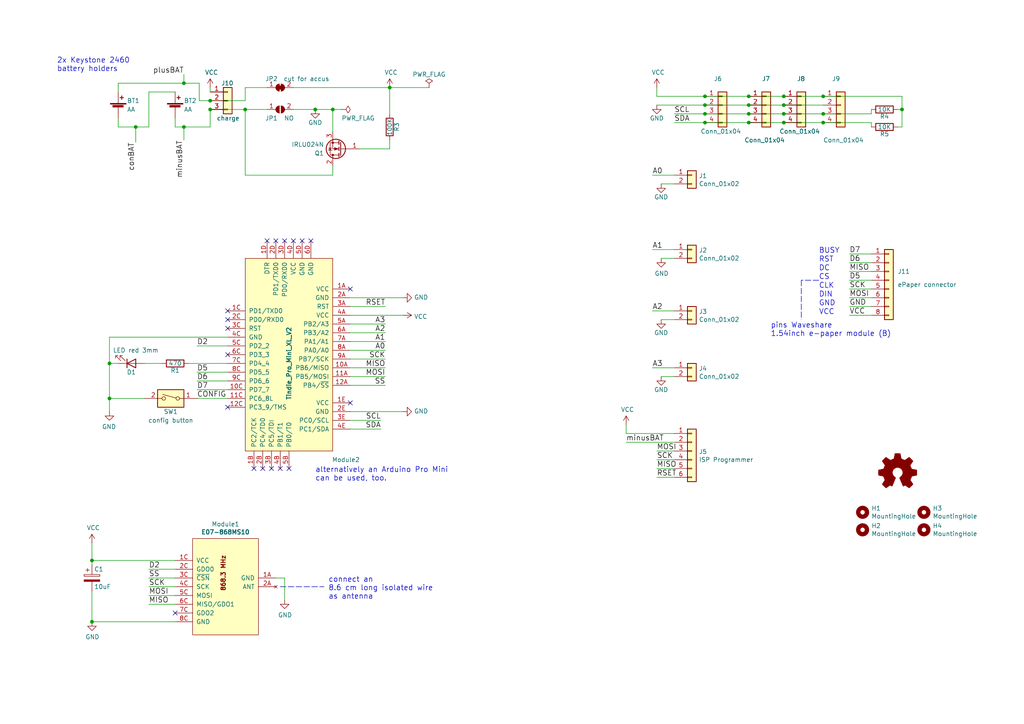
<source format=kicad_sch>
(kicad_sch (version 20211123) (generator eeschema)
  (paper "A4")
  (title_block (title "HB-UNI-SEN-BATT_E07-868MS10_FUEL4EP") (date "2023-07-24") (rev "1.1") (company "FUEL4EP") (comment 1 "connector for Waveshare e-paper module (B) 1.54inch (J11)") (comment 2 "for Tindie Pro Mini XL V2 and eByte E07-868MS10 transceiver") (comment 3 "Creative Commons License, non-commercial") (comment 4 "fork of Alexander Reinert's HB-UNI-SEN-BATT"))
  (lib_symbols
    (symbol "Connector_Generic:Conn_01x02" (pin_names (offset 1.016) hide)
      (property "Reference" "J" (at 0 2.54 0))
      (property "Value" "Conn_01x02" (at 0 -5.08 0))
      (symbol "Conn_01x02_1_1"
        (rectangle (start -1.27 -2.413) (end 0 -2.667) (stroke (width 0.1524)))
        (rectangle (start -1.27 0.127) (end 0 -0.127) (stroke (width 0.1524)))
        (rectangle (start -1.27 1.27) (end 1.27 -3.81) (stroke (width 0.254)) (fill (type background)))
        (pin passive line (at -5.08 0 0) (length 3.81) (name "Pin_1") (number "1"))
        (pin passive line (at -5.08 -2.54 0) (length 3.81) (name "Pin_2") (number "2"))
      )
    )
    (symbol "Connector_Generic:Conn_01x03" (pin_names (offset 1.016) hide)
      (property "Reference" "J" (at 0 5.08 0))
      (property "Value" "Conn_01x03" (at 0 -5.08 0))
      (symbol "Conn_01x03_1_1"
        (rectangle (start -1.27 -2.413) (end 0 -2.667) (stroke (width 0.1524)))
        (rectangle (start -1.27 0.127) (end 0 -0.127) (stroke (width 0.1524)))
        (rectangle (start -1.27 2.667) (end 0 2.413) (stroke (width 0.1524)))
        (rectangle (start -1.27 3.81) (end 1.27 -3.81) (stroke (width 0.254)) (fill (type background)))
        (pin passive line (at -5.08 2.54 0) (length 3.81) (name "Pin_1") (number "1"))
        (pin passive line (at -5.08 0 0) (length 3.81) (name "Pin_2") (number "2"))
        (pin passive line (at -5.08 -2.54 0) (length 3.81) (name "Pin_3") (number "3"))
      )
    )
    (symbol "Connector_Generic:Conn_01x04" (pin_names (offset 1.016) hide)
      (property "Reference" "J" (at 0 5.08 0))
      (property "Value" "Conn_01x04" (at 0 -7.62 0))
      (symbol "Conn_01x04_1_1"
        (rectangle (start -1.27 -4.953) (end 0 -5.207) (stroke (width 0.1524)))
        (rectangle (start -1.27 -2.413) (end 0 -2.667) (stroke (width 0.1524)))
        (rectangle (start -1.27 0.127) (end 0 -0.127) (stroke (width 0.1524)))
        (rectangle (start -1.27 2.667) (end 0 2.413) (stroke (width 0.1524)))
        (rectangle (start -1.27 3.81) (end 1.27 -6.35) (stroke (width 0.254)) (fill (type background)))
        (pin passive line (at -5.08 2.54 0) (length 3.81) (name "Pin_1") (number "1"))
        (pin passive line (at -5.08 0 0) (length 3.81) (name "Pin_2") (number "2"))
        (pin passive line (at -5.08 -2.54 0) (length 3.81) (name "Pin_3") (number "3"))
        (pin passive line (at -5.08 -5.08 0) (length 3.81) (name "Pin_4") (number "4"))
      )
    )
    (symbol "Connector_Generic:Conn_01x06" (pin_names (offset 1.016) hide)
      (property "Reference" "J" (at 0 7.62 0))
      (property "Value" "Conn_01x06" (at 0 -10.16 0))
      (symbol "Conn_01x06_1_1"
        (rectangle (start -1.27 -7.493) (end 0 -7.747) (stroke (width 0.1524)))
        (rectangle (start -1.27 -4.953) (end 0 -5.207) (stroke (width 0.1524)))
        (rectangle (start -1.27 -2.413) (end 0 -2.667) (stroke (width 0.1524)))
        (rectangle (start -1.27 0.127) (end 0 -0.127) (stroke (width 0.1524)))
        (rectangle (start -1.27 2.667) (end 0 2.413) (stroke (width 0.1524)))
        (rectangle (start -1.27 5.207) (end 0 4.953) (stroke (width 0.1524)))
        (rectangle (start -1.27 6.35) (end 1.27 -8.89) (stroke (width 0.254)) (fill (type background)))
        (pin passive line (at -5.08 5.08 0) (length 3.81) (name "Pin_1") (number "1"))
        (pin passive line (at -5.08 2.54 0) (length 3.81) (name "Pin_2") (number "2"))
        (pin passive line (at -5.08 0 0) (length 3.81) (name "Pin_3") (number "3"))
        (pin passive line (at -5.08 -2.54 0) (length 3.81) (name "Pin_4") (number "4"))
        (pin passive line (at -5.08 -5.08 0) (length 3.81) (name "Pin_5") (number "5"))
        (pin passive line (at -5.08 -7.62 0) (length 3.81) (name "Pin_6") (number "6"))
      )
    )
    (symbol "Connector_Generic:Conn_01x08" (pin_names (offset 1.016) hide)
      (property "Reference" "J" (at 0 10.16 0))
      (property "Value" "Conn_01x08" (at 0 -12.7 0))
      (symbol "Conn_01x08_1_1"
        (rectangle (start -1.27 -10.033) (end 0 -10.287) (stroke (width 0.1524)))
        (rectangle (start -1.27 -7.493) (end 0 -7.747) (stroke (width 0.1524)))
        (rectangle (start -1.27 -4.953) (end 0 -5.207) (stroke (width 0.1524)))
        (rectangle (start -1.27 -2.413) (end 0 -2.667) (stroke (width 0.1524)))
        (rectangle (start -1.27 0.127) (end 0 -0.127) (stroke (width 0.1524)))
        (rectangle (start -1.27 2.667) (end 0 2.413) (stroke (width 0.1524)))
        (rectangle (start -1.27 5.207) (end 0 4.953) (stroke (width 0.1524)))
        (rectangle (start -1.27 7.747) (end 0 7.493) (stroke (width 0.1524)))
        (rectangle (start -1.27 8.89) (end 1.27 -11.43) (stroke (width 0.254)) (fill (type background)))
        (pin passive line (at -5.08 7.62 0) (length 3.81) (name "Pin_1") (number "1"))
        (pin passive line (at -5.08 5.08 0) (length 3.81) (name "Pin_2") (number "2"))
        (pin passive line (at -5.08 2.54 0) (length 3.81) (name "Pin_3") (number "3"))
        (pin passive line (at -5.08 0 0) (length 3.81) (name "Pin_4") (number "4"))
        (pin passive line (at -5.08 -2.54 0) (length 3.81) (name "Pin_5") (number "5"))
        (pin passive line (at -5.08 -5.08 0) (length 3.81) (name "Pin_6") (number "6"))
        (pin passive line (at -5.08 -7.62 0) (length 3.81) (name "Pin_7") (number "7"))
        (pin passive line (at -5.08 -10.16 0) (length 3.81) (name "Pin_8") (number "8"))
      )
    )
    (symbol "Device:Battery_Cell" (pin_numbers hide) (pin_names (offset 0) hide)
      (property "Reference" "BT" (at 2.54 2.54 0))
      (property "Value" "Battery_Cell" (at 2.54 0 0))
      (symbol "Battery_Cell_0_1"
        (rectangle (start -2.286 1.778) (end 2.286 1.524) (fill (type outline)))
        (rectangle (start -1.5748 1.1938) (end 1.4732 0.6858) (fill (type outline)))
        (polyline (pts (xy 0 0.762) (xy 0 0)))
        (polyline (pts (xy 0 1.778) (xy 0 2.54)))
        (polyline (pts (xy 0.508 3.429) (xy 1.524 3.429)) (stroke (width 0.254)))
        (polyline (pts (xy 1.016 3.937) (xy 1.016 2.921)) (stroke (width 0.254)))
      )
      (symbol "Battery_Cell_1_1"
        (pin passive line (at 0 5.08 270) (length 2.54) (name "+") (number "1"))
        (pin passive line (at 0 -2.54 90) (length 2.54) (name "-") (number "2"))
      )
    )
    (symbol "Device:C_Polarized" (pin_numbers hide) (pin_names (offset 0.254))
      (property "Reference" "C" (at 0.635 2.54 0))
      (property "Value" "C_Polarized" (at 0.635 -2.54 0))
      (symbol "C_Polarized_0_1"
        (rectangle (start -2.286 0.508) (end 2.286 1.016))
        (polyline (pts (xy -1.778 2.286) (xy -0.762 2.286)))
        (polyline (pts (xy -1.27 2.794) (xy -1.27 1.778)))
        (rectangle (start 2.286 -0.508) (end -2.286 -1.016) (fill (type outline)))
      )
      (symbol "C_Polarized_1_1"
        (pin passive line (at 0 3.81 270) (length 2.794) (name "~") (number "1"))
        (pin passive line (at 0 -3.81 90) (length 2.794) (name "~") (number "2"))
      )
    )
    (symbol "Device:LED" (pin_numbers hide) (pin_names (offset 1.016) hide)
      (property "Reference" "D" (at 0 2.54 0))
      (property "Value" "LED" (at 0 -2.54 0))
      (symbol "LED_0_1"
        (polyline (pts (xy -1.27 -1.27) (xy -1.27 1.27)) (stroke (width 0.254)))
        (polyline (pts (xy -1.27 0) (xy 1.27 0)))
        (polyline (pts (xy 1.27 -1.27) (xy 1.27 1.27) (xy -1.27 0) (xy 1.27 -1.27)) (stroke (width 0.254)))
        (polyline (pts (xy -3.048 -0.762) (xy -4.572 -2.286) (xy -3.81 -2.286) (xy -4.572 -2.286) (xy -4.572 -1.524)))
        (polyline (pts (xy -1.778 -0.762) (xy -3.302 -2.286) (xy -2.54 -2.286) (xy -3.302 -2.286) (xy -3.302 -1.524)))
      )
      (symbol "LED_1_1"
        (pin passive line (at -3.81 0 0) (length 2.54) (name "K") (number "1"))
        (pin passive line (at 3.81 0 180) (length 2.54) (name "A") (number "2"))
      )
    )
    (symbol "Device:Q_NMOS_GDS" (pin_names (offset 0) hide)
      (property "Reference" "Q" (at 5.08 1.27 0))
      (property "Value" "Q_NMOS_GDS" (at 5.08 -1.27 0))
      (symbol "Q_NMOS_GDS_0_1"
        (polyline (pts (xy 0.254 0) (xy -2.54 0)))
        (polyline (pts (xy 0.254 1.905) (xy 0.254 -1.905)) (stroke (width 0.254)))
        (polyline (pts (xy 0.762 -1.27) (xy 0.762 -2.286)) (stroke (width 0.254)))
        (polyline (pts (xy 0.762 0.508) (xy 0.762 -0.508)) (stroke (width 0.254)))
        (polyline (pts (xy 0.762 2.286) (xy 0.762 1.27)) (stroke (width 0.254)))
        (polyline (pts (xy 2.54 2.54) (xy 2.54 1.778)))
        (polyline (pts (xy 2.54 -2.54) (xy 2.54 0) (xy 0.762 0)))
        (polyline (pts (xy 0.762 -1.778) (xy 3.302 -1.778) (xy 3.302 1.778) (xy 0.762 1.778)))
        (polyline (pts (xy 1.016 0) (xy 2.032 0.381) (xy 2.032 -0.381) (xy 1.016 0)) (fill (type outline)))
        (polyline (pts (xy 2.794 0.508) (xy 2.921 0.381) (xy 3.683 0.381) (xy 3.81 0.254)))
        (polyline (pts (xy 3.302 0.381) (xy 2.921 -0.254) (xy 3.683 -0.254) (xy 3.302 0.381)))
        (circle (center 1.651 0) (radius 2.794) (stroke (width 0.254)))
        (circle (center 2.54 -1.778) (radius 0.254) (fill (type outline)))
        (circle (center 2.54 1.778) (radius 0.254) (fill (type outline)))
      )
      (symbol "Q_NMOS_GDS_1_1"
        (pin input line (at -5.08 0 0) (length 2.54) (name "G") (number "1"))
        (pin passive line (at 2.54 5.08 270) (length 2.54) (name "D") (number "2"))
        (pin passive line (at 2.54 -5.08 90) (length 2.54) (name "S") (number "3"))
      )
    )
    (symbol "Device:R" (pin_numbers hide) (pin_names (offset 0))
      (property "Reference" "R" (at 2.032 0 90))
      (property "Value" "R" (at 0 0 90))
      (symbol "R_0_1"
        (rectangle (start -1.016 -2.54) (end 1.016 2.54) (stroke (width 0.254)))
      )
      (symbol "R_1_1"
        (pin passive line (at 0 3.81 270) (length 1.27) (name "~") (number "1"))
        (pin passive line (at 0 -3.81 90) (length 1.27) (name "~") (number "2"))
      )
    )
    (symbol "FUEL4EP:E07-868MS10" (pin_names (offset 1.016))
      (property "Reference" "Module" (at 5.08 -2.54 0))
      (property "Value" "E07-868MS10" (at 11.43 19.05 90))
      (symbol "E07-868MS10_0_0"
        (rectangle (start 0 0) (end 19.05 27.94) (fill (type background)))
        (text "868.3 MHz" (at 8.89 12.7 900) (effects (font (size 1.27 1.27) bold) (justify left)))
      )
      (symbol "E07-868MS10_1_1"
        (pin power_in line (at 24.13 16.51 180) (length 5.08) (name "GND") (number "1A"))
        (pin power_in line (at -5.08 21.59 0) (length 5.08) (name "VCC") (number "1C"))
        (pin no_connect line (at 24.13 13.97 180) (length 5.08) (name "ANT") (number "2A"))
        (pin output line (at -5.08 19.05 0) (length 5.08) (name "GDO0") (number "2C"))
        (pin input line (at -5.08 16.51 0) (length 5.08) (name "~{CSN}") (number "3C"))
        (pin input line (at -5.08 13.97 0) (length 5.08) (name "SCK") (number "4C"))
        (pin input line (at -5.08 11.43 0) (length 5.08) (name "MOSI") (number "5C"))
        (pin tri_state line (at -5.08 8.89 0) (length 5.08) (name "MISO/GDO1") (number "6C"))
        (pin output line (at -5.08 6.35 0) (length 5.08) (name "GDO2") (number "7C"))
        (pin power_in line (at -5.08 3.81 0) (length 5.08) (name "GND") (number "8C"))
      )
    )
    (symbol "FUEL4EP:Tindie_Pro_Mini_XL_V2" (pin_names (offset 1.016))
      (property "Reference" "Module" (at -8.89 5.08 0))
      (property "Value" "Tindie_Pro_Mini_XL_V2" (at 11.43 25.4 90))
      (symbol "Tindie_Pro_Mini_XL_V2_0_0"
        (pin bidirectional line (at 30.48 6.35 180) (length 5.08) (name "PC1/SDA") (number "4E"))
      )
      (symbol "Tindie_Pro_Mini_XL_V2_0_1"
        (rectangle (start 0 0) (end 25.4 55.88) (fill (type background)))
      )
      (symbol "Tindie_Pro_Mini_XL_V2_1_1"
        (pin bidirectional line (at 30.48 24.13 180) (length 5.08) (name "PB6/MISO") (number "10A"))
        (pin bidirectional line (at -5.08 17.78 0) (length 5.08) (name "PD7_7") (number "10C"))
        (pin bidirectional line (at 30.48 21.59 180) (length 5.08) (name "PB5/MOSI") (number "11A"))
        (pin bidirectional line (at -5.08 15.24 0) (length 5.08) (name "PC6_8L") (number "11C"))
        (pin bidirectional line (at 30.48 19.05 180) (length 5.08) (name "PB4/~{SS}") (number "12A"))
        (pin bidirectional line (at -5.08 12.7 0) (length 5.08) (name "PC3_9/TMS") (number "12C"))
        (pin power_in line (at 30.48 46.99 180) (length 5.08) (name "VCC") (number "1A"))
        (pin bidirectional line (at 2.54 -5.08 90) (length 5.08) (name "PC2/TCK") (number "1B"))
        (pin bidirectional line (at -5.08 40.64 0) (length 5.08) (name "PD1/TXD0") (number "1C"))
        (pin input line (at 6.35 60.96 270) (length 5.08) (name "DTR") (number "1D"))
        (pin power_in line (at 30.48 13.97 180) (length 5.08) (name "VCC") (number "1E"))
        (pin power_in line (at 30.48 44.45 180) (length 5.08) (name "GND") (number "2A"))
        (pin bidirectional line (at 5.08 -5.08 90) (length 5.08) (name "PC4/TD0") (number "2B"))
        (pin bidirectional line (at -5.08 38.1 0) (length 5.08) (name "PD0/RXD0") (number "2C"))
        (pin bidirectional line (at 8.89 60.96 270) (length 5.08) (name "PD1/TXD0") (number "2D"))
        (pin power_in line (at 30.48 11.43 180) (length 5.08) (name "GND") (number "2E"))
        (pin input line (at 30.48 41.91 180) (length 5.08) (name "RST") (number "3A"))
        (pin bidirectional line (at 7.62 -5.08 90) (length 5.08) (name "PC5/TDI") (number "3B"))
        (pin input line (at -5.08 35.56 0) (length 5.08) (name "RST") (number "3C"))
        (pin bidirectional line (at 11.43 60.96 270) (length 5.08) (name "PD0/RXD0") (number "3D"))
        (pin bidirectional line (at 30.48 8.89 180) (length 5.08) (name "PC0/SCL") (number "3E"))
        (pin power_in line (at 30.48 39.37 180) (length 5.08) (name "VCC") (number "4A"))
        (pin bidirectional line (at 10.16 -5.08 90) (length 5.08) (name "PB1/T1") (number "4B"))
        (pin power_in line (at -5.08 33.02 0) (length 5.08) (name "GND") (number "4C"))
        (pin power_in line (at 13.97 60.96 270) (length 5.08) (name "VCC") (number "4D"))
        (pin input line (at 30.48 36.83 180) (length 5.08) (name "PB2/A3") (number "5A"))
        (pin bidirectional line (at 12.7 -5.08 90) (length 5.08) (name "PB0/T0") (number "5B"))
        (pin bidirectional line (at -5.08 30.48 0) (length 5.08) (name "PD2_2") (number "5C"))
        (pin power_in line (at 16.51 60.96 270) (length 5.08) (name "GND") (number "5D"))
        (pin input line (at 30.48 34.29 180) (length 5.08) (name "PB3/A2") (number "6A"))
        (pin bidirectional line (at -5.08 27.94 0) (length 5.08) (name "PD3_3") (number "6C"))
        (pin power_in line (at 19.05 60.96 270) (length 5.08) (name "GND") (number "6D"))
        (pin input line (at 30.48 31.75 180) (length 5.08) (name "PA1/A1") (number "7A"))
        (pin bidirectional line (at -5.08 25.4 0) (length 5.08) (name "PD4_4") (number "7C"))
        (pin input line (at 30.48 29.21 180) (length 5.08) (name "PA0/A0") (number "8A"))
        (pin bidirectional line (at -5.08 22.86 0) (length 5.08) (name "PD5_5") (number "8C"))
        (pin bidirectional line (at 30.48 26.67 180) (length 5.08) (name "PB7/SCK") (number "9A"))
        (pin bidirectional line (at -5.08 20.32 0) (length 5.08) (name "PD6_6") (number "9C"))
      )
    )
    (symbol "Graphic:Logo_Open_Hardware_Small" (pin_names (offset 1.016))
      (symbol "Logo_Open_Hardware_Small_0_1"
        (polyline (pts (xy 3.3528 -4.3434) (xy 3.302 -4.318) (xy 3.175 -4.2418) (xy 2.9972 -4.1148) (xy 2.7686 -3.9624) (xy 2.54 -3.81) (xy 2.3622 -3.7084) (xy 2.2352 -3.6068) (xy 2.1844 -3.5814) (xy 2.159 -3.6068) (xy 2.0574 -3.6576) (xy 1.905 -3.7338) (xy 1.8034 -3.7846) (xy 1.6764 -3.8354) (xy 1.6002 -3.8354) (xy 1.6002 -3.8354) (xy 1.5494 -3.7338) (xy 1.4732 -3.5306) (xy 1.3462 -3.302) (xy 1.2446 -3.0226) (xy 1.1176 -2.7178) (xy 0.9652 -2.413) (xy 0.8636 -2.1082) (xy 0.7366 -1.8288) (xy 0.6604 -1.6256) (xy 0.6096 -1.4732) (xy 0.5842 -1.397) (xy 0.5842 -1.397) (xy 0.6604 -1.3208) (xy 0.7874 -1.2446) (xy 1.0414 -1.016) (xy 1.2954 -0.6858) (xy 1.4478 -0.3302) (xy 1.524 0.0762) (xy 1.4732 0.4572) (xy 1.3208 0.8128) (xy 1.0668 1.143) (xy 0.762 1.3716) (xy 0.4064 1.524) (xy 0 1.5748) (xy -0.381 1.5494) (xy -0.7366 1.397) (xy -1.0668 1.143) (xy -1.2192 0.9906) (xy -1.397 0.6604) (xy -1.524 0.3048) (xy -1.524 0.2286) (xy -1.4986 -0.1778) (xy -1.397 -0.5334) (xy -1.1938 -0.8636) (xy -0.9144 -1.143) (xy -0.8636 -1.1684) (xy -0.7366 -1.27) (xy -0.635 -1.3462) (xy -0.5842 -1.397) (xy -1.0668 -2.5908) (xy -1.143 -2.794) (xy -1.2954 -3.1242) (xy -1.397 -3.4036) (xy -1.4986 -3.6322) (xy -1.5748 -3.7846) (xy -1.6002 -3.8354) (xy -1.6002 -3.8354) (xy -1.651 -3.8354) (xy -1.7272 -3.81) (xy -1.905 -3.7338) (xy -2.0066 -3.683) (xy -2.1336 -3.6068) (xy -2.2098 -3.5814) (xy -2.2606 -3.6068) (xy -2.3622 -3.683) (xy -2.54 -3.81) (xy -2.7686 -3.9624) (xy -2.9718 -4.0894) (xy -3.1496 -4.2164) (xy -3.302 -4.318) (xy -3.3528 -4.3434) (xy -3.3782 -4.3434) (xy -3.429 -4.318) (xy -3.5306 -4.2164) (xy -3.7084 -4.064) (xy -3.937 -3.8354) (xy -3.9624 -3.81) (xy -4.1656 -3.6068) (xy -4.318 -3.4544) (xy -4.4196 -3.3274) (xy -4.445 -3.2766) (xy -4.445 -3.2766) (xy -4.4196 -3.2258) (xy -4.318 -3.0734) (xy -4.2164 -2.8956) (xy -4.064 -2.667) (xy -3.6576 -2.0828) (xy -3.8862 -1.5494) (xy -3.937 -1.3716) (xy -4.0386 -1.1684) (xy -4.0894 -1.0414) (xy -4.1148 -0.9652) (xy -4.191 -0.9398) (xy -4.318 -0.9144) (xy -4.5466 -0.8636) (xy -4.8006 -0.8128) (xy -5.0546 -0.7874) (xy -5.2578 -0.7366) (xy -5.4356 -0.7112) (xy -5.5118 -0.6858) (xy -5.5118 -0.6858) (xy -5.5372 -0.635) (xy -5.5372 -0.5588) (xy -5.5372 -0.4318) (xy -5.5626 -0.2286) (xy -5.5626 0.0762) (xy -5.5626 0.127) (xy -5.5372 0.4064) (xy -5.5372 0.635) (xy -5.5372 0.762) (xy -5.5372 0.8382) (xy -5.5372 0.8382) (xy -5.461 0.8382) (xy -5.3086 0.889) (xy -5.08 0.9144) (xy -4.826 0.9652) (xy -4.8006 0.9906) (xy -4.5466 1.0414) (xy -4.318 1.0668) (xy -4.1656 1.1176) (xy -4.0894 1.143) (xy -4.0894 1.143) (xy -4.0386 1.2446) (xy -3.9624 1.4224) (xy -3.8608 1.6256) (xy -3.7846 1.8288) (xy -3.7084 2.0066) (xy -3.6576 2.159) (xy -3.6322 2.2098) (xy -3.6322 2.2098) (xy -3.683 2.286) (xy -3.7592 2.413) (xy -3.8862 2.5908) (xy -4.064 2.8194) (xy -4.064 2.8448) (xy -4.2164 3.0734) (xy -4.3434 3.2512) (xy -4.4196 3.3782) (xy -4.445 3.4544) (xy -4.445 3.4544) (xy -4.3942 3.5052) (xy -4.2926 3.6322) (xy -4.1148 3.81) (xy -3.937 4.0132) (xy -3.8608 4.064) (xy -3.6576 4.2926) (xy -3.5052 4.4196) (xy -3.4036 4.4958) (xy -3.3528 4.5212) (xy -3.3528 4.5212) (xy -3.302 4.4704) (xy -3.1496 4.3688) (xy -2.9718 4.2418) (xy -2.7432 4.0894) (xy -2.7178 4.0894) (xy -2.4892 3.937) (xy -2.3114 3.81) (xy -2.1844 3.7084) (xy -2.1336 3.683) (xy -2.1082 3.683) (xy -2.032 3.7084) (xy -1.8542 3.7592) (xy -1.6764 3.8354) (xy -1.4732 3.937) (xy -1.27 4.0132) (xy -1.143 4.064) (xy -1.0668 4.1148) (xy -1.0668 4.1148) (xy -1.0414 4.191) (xy -1.016 4.3434) (xy -0.9652 4.572) (xy -0.9144 4.8514) (xy -0.889 4.9022) (xy -0.8382 5.1562) (xy -0.8128 5.3848) (xy -0.7874 5.5372) (xy -0.762 5.588) (xy -0.7112 5.6134) (xy -0.5842 5.6134) (xy -0.4064 5.6134) (xy -0.1524 5.6134) (xy 0.0762 5.6134) (xy 0.3302 5.6134) (xy 0.5334 5.6134) (xy 0.6858 5.588) (xy 0.7366 5.588) (xy 0.7366 5.588) (xy 0.762 5.5118) (xy 0.8128 5.334) (xy 0.8382 5.1054) (xy 0.9144 4.826) (xy 0.9144 4.7752) (xy 0.9652 4.5212) (xy 1.016 4.2926) (xy 1.0414 4.1402) (xy 1.0668 4.0894) (xy 1.0668 4.0894) (xy 1.1938 4.0386) (xy 1.3716 3.9624) (xy 1.5748 3.8608) (xy 2.0828 3.6576) (xy 2.7178 4.0894) (xy 2.7686 4.1402) (xy 2.9972 4.2926) (xy 3.175 4.4196) (xy 3.302 4.4958) (xy 3.3782 4.5212) (xy 3.3782 4.5212) (xy 3.429 4.4704) (xy 3.556 4.3434) (xy 3.7338 4.191) (xy 3.9116 3.9878) (xy 4.064 3.8354) (xy 4.2418 3.6576) (xy 4.3434 3.556) (xy 4.4196 3.4798) (xy 4.4196 3.429) (xy 4.4196 3.4036) (xy 4.3942 3.3274) (xy 4.2926 3.2004) (xy 4.1656 2.9972) (xy 4.0132 2.794) (xy 3.8862 2.5908) (xy 3.7592 2.3876) (xy 3.6576 2.2352) (xy 3.6322 2.159) (xy 3.6322 2.1336) (xy 3.683 2.0066) (xy 3.7592 1.8288) (xy 3.8608 1.6002) (xy 4.064 1.1176) (xy 4.3942 1.0414) (xy 4.5974 1.016) (xy 4.8768 0.9652) (xy 5.1308 0.9144) (xy 5.5372 0.8382) (xy 5.5626 -0.6604) (xy 5.4864 -0.6858) (xy 5.4356 -0.6858) (xy 5.2832 -0.7366) (xy 5.0546 -0.762) (xy 4.8006 -0.8128) (xy 4.5974 -0.8636) (xy 4.3688 -0.9144) (xy 4.2164 -0.9398) (xy 4.1402 -0.9398) (xy 4.1148 -0.9652) (xy 4.064 -1.0668) (xy 3.9878 -1.2446) (xy 3.9116 -1.4478) (xy 3.81 -1.651) (xy 3.7338 -1.8542) (xy 3.683 -2.0066) (xy 3.6576 -2.0828) (xy 3.683 -2.1336) (xy 3.7846 -2.2606) (xy 3.8862 -2.4638) (xy 4.0386 -2.667) (xy 4.191 -2.8956) (xy 4.318 -3.0734) (xy 4.3942 -3.2004) (xy 4.445 -3.2766) (xy 4.4196 -3.3274) (xy 4.3434 -3.429) (xy 4.1656 -3.5814) (xy 3.937 -3.8354) (xy 3.8862 -3.8608) (xy 3.683 -4.064) (xy 3.5306 -4.2164) (xy 3.4036 -4.318) (xy 3.3528 -4.3434)) (fill (type outline)))
      )
    )
    (symbol "Jumper:SolderJumper_2_Bridged" (pin_names (offset 0) hide)
      (property "Reference" "JP" (at 0 2.032 0))
      (property "Value" "SolderJumper_2_Bridged" (at 0 -2.54 0))
      (symbol "SolderJumper_2_Bridged_0_1"
        (rectangle (start -0.508 0.508) (end 0.508 -0.508) (fill (type outline)))
        (arc (start -0.254 1.016) (mid -1.27 0) (end -0.254 -1.016))
        (arc (start -0.254 1.016) (mid -1.27 0) (end -0.254 -1.016) (fill (type outline)))
        (polyline (pts (xy -0.254 1.016) (xy -0.254 -1.016)))
        (polyline (pts (xy 0.254 1.016) (xy 0.254 -1.016)))
        (arc (start 0.254 -1.016) (mid 1.27 0) (end 0.254 1.016))
        (arc (start 0.254 -1.016) (mid 1.27 0) (end 0.254 1.016) (fill (type outline)))
      )
      (symbol "SolderJumper_2_Bridged_1_1"
        (pin passive line (at -3.81 0 0) (length 2.54) (name "A") (number "1"))
        (pin passive line (at 3.81 0 180) (length 2.54) (name "B") (number "2"))
      )
    )
    (symbol "Jumper:SolderJumper_2_Open" (pin_names (offset 0) hide)
      (property "Reference" "JP" (at 0 2.032 0))
      (property "Value" "SolderJumper_2_Open" (at 0 -2.54 0))
      (symbol "SolderJumper_2_Open_0_1"
        (arc (start -0.254 1.016) (mid -1.27 0) (end -0.254 -1.016))
        (arc (start -0.254 1.016) (mid -1.27 0) (end -0.254 -1.016) (fill (type outline)))
        (polyline (pts (xy -0.254 1.016) (xy -0.254 -1.016)))
        (polyline (pts (xy 0.254 1.016) (xy 0.254 -1.016)))
        (arc (start 0.254 -1.016) (mid 1.27 0) (end 0.254 1.016))
        (arc (start 0.254 -1.016) (mid 1.27 0) (end 0.254 1.016) (fill (type outline)))
      )
      (symbol "SolderJumper_2_Open_1_1"
        (pin passive line (at -3.81 0 0) (length 2.54) (name "A") (number "1"))
        (pin passive line (at 3.81 0 180) (length 2.54) (name "B") (number "2"))
      )
    )
    (symbol "Mechanical:MountingHole" (pin_names (offset 1.016))
      (property "Reference" "H" (at 0 5.08 0))
      (property "Value" "MountingHole" (at 0 3.175 0))
      (symbol "MountingHole_0_1"
        (circle (center 0 0) (radius 1.27) (stroke (width 1.27)))
      )
    )
    (symbol "Switch:SW_DIP_x01" (pin_names (offset 0) hide)
      (property "Reference" "SW" (at 0 3.81 0))
      (property "Value" "SW_DIP_x01" (at 0 -3.81 0))
      (symbol "SW_DIP_x01_0_0"
        (circle (center -2.032 0) (radius 0.508))
        (polyline (pts (xy -1.524 0.127) (xy 2.3622 1.1684)))
        (circle (center 2.032 0) (radius 0.508))
      )
      (symbol "SW_DIP_x01_0_1"
        (rectangle (start -3.81 2.54) (end 3.81 -2.54) (stroke (width 0.254)) (fill (type background)))
      )
      (symbol "SW_DIP_x01_1_1"
        (pin passive line (at -7.62 0 0) (length 5.08) (name "~") (number "1"))
        (pin passive line (at 7.62 0 180) (length 5.08) (name "~") (number "2"))
      )
    )
    (symbol "power:GND" (power) (pin_names (offset 0))
      (property "Value" "GND" (at 0 -3.81 0))
      (symbol "GND_0_1"
        (polyline (pts (xy 0 0) (xy 0 -1.27) (xy 1.27 -1.27) (xy 0 -2.54) (xy -1.27 -1.27) (xy 0 -1.27)))
      )
      (symbol "GND_1_1"
        (pin power_in line (at 0 0 270) (length 0) hide (name "GND") (number "1"))
      )
    )
    (symbol "power:PWR_FLAG" (power) (pin_numbers hide) (pin_names (offset 0) hide)
      (property "Value" "PWR_FLAG" (at 0 3.81 0))
      (symbol "PWR_FLAG_0_0"
        (pin power_out line (at 0 0 90) (length 0) (name "pwr") (number "1"))
      )
      (symbol "PWR_FLAG_0_1"
        (polyline (pts (xy 0 0) (xy 0 1.27) (xy -1.016 1.905) (xy 0 2.54) (xy 1.016 1.905) (xy 0 1.27)))
      )
    )
    (symbol "power:VCC" (power) (pin_names (offset 0))
      (property "Value" "VCC" (at 0 3.81 0))
      (symbol "VCC_0_1"
        (polyline (pts (xy -0.762 1.27) (xy 0 2.54)))
        (polyline (pts (xy 0 0) (xy 0 2.54)))
        (polyline (pts (xy 0 2.54) (xy 0.762 1.27)))
      )
      (symbol "VCC_1_1"
        (pin power_in line (at 0 0 90) (length 0) hide (name "VCC") (number "1"))
      )
    )
  )
  (junction (at 238.76 35.56))
  (junction (at 96.52 31.75))
  (junction (at 217.17 33.02))
  (junction (at 227.33 35.56))
  (junction (at 204.47 35.56))
  (junction (at 53.34 36.83))
  (junction (at 113.03 25.4))
  (junction (at 217.17 35.56))
  (junction (at 26.67 180.34))
  (junction (at 227.33 27.94))
  (junction (at 39.37 36.83))
  (junction (at 238.76 27.94))
  (junction (at 31.75 115.57))
  (junction (at 227.33 33.02))
  (junction (at 261.62 31.75))
  (junction (at 91.44 31.75))
  (junction (at 26.67 162.56))
  (junction (at 31.75 105.41))
  (junction (at 204.47 30.48))
  (junction (at 71.12 31.75))
  (junction (at 227.33 30.48))
  (junction (at 204.47 27.94))
  (junction (at 60.96 31.75))
  (junction (at 53.34 24.13))
  (junction (at 217.17 30.48))
  (junction (at 217.17 27.94))
  (junction (at 238.76 33.02))
  (junction (at 204.47 33.02))
  (junction (at 60.96 29.21))
  (no_connect (at 66.04 102.87))
  (no_connect (at 78.74 135.89))
  (no_connect (at 66.04 92.71))
  (no_connect (at 90.17 69.85))
  (no_connect (at 73.66 135.89))
  (no_connect (at 85.09 69.85))
  (no_connect (at 80.01 69.85))
  (no_connect (at 66.04 90.17))
  (no_connect (at 66.04 95.25))
  (no_connect (at 50.8 177.8))
  (no_connect (at 82.55 69.85))
  (no_connect (at 77.47 69.85))
  (no_connect (at 76.2 135.89))
  (no_connect (at 101.6 83.82))
  (no_connect (at 101.6 116.84))
  (no_connect (at 66.04 118.11))
  (no_connect (at 87.63 69.85))
  (no_connect (at 81.28 135.89))
  (no_connect (at 83.82 135.89))
  (wire (pts (xy 191.77 92.71) (xy 195.58 92.71)))
  (wire (pts (xy 227.33 30.48) (xy 217.17 30.48)))
  (wire (pts (xy 80.01 167.64) (xy 82.55 167.64)))
  (wire (pts (xy 181.61 128.27) (xy 195.58 128.27)))
  (wire (pts (xy 66.04 113.03) (xy 57.15 113.03)))
  (wire (pts (xy 195.58 130.81) (xy 190.5 130.81)))
  (wire (pts (xy 252.73 88.9) (xy 246.38 88.9)))
  (wire (pts (xy 71.12 29.21) (xy 71.12 25.4)))
  (wire (pts (xy 101.6 119.38) (xy 116.84 119.38)))
  (wire (pts (xy 91.44 31.75) (xy 96.52 31.75)))
  (wire (pts (xy 238.76 35.56) (xy 227.33 35.56)))
  (wire (pts (xy 53.34 21.59) (xy 53.34 24.13)))
  (wire (pts (xy 66.04 97.79) (xy 31.75 97.79)))
  (wire (pts (xy 39.37 36.83) (xy 39.37 41.275)))
  (wire (pts (xy 66.04 100.33) (xy 57.15 100.33)))
  (wire (pts (xy 26.67 162.56) (xy 26.67 163.83)))
  (wire (pts (xy 252.73 73.66) (xy 246.38 73.66)))
  (wire (pts (xy 189.23 50.8) (xy 195.58 50.8)))
  (wire (pts (xy 101.6 93.98) (xy 111.76 93.98)))
  (wire (pts (xy 110.49 124.46) (xy 101.6 124.46)))
  (wire (pts (xy 60.96 29.21) (xy 71.12 29.21)))
  (wire (pts (xy 43.18 26.67) (xy 50.8 26.67)))
  (wire (pts (xy 195.58 135.89) (xy 190.5 135.89)))
  (wire (pts (xy 238.76 27.94) (xy 261.62 27.94)))
  (wire (pts (xy 34.29 24.13) (xy 53.34 24.13)))
  (wire (pts (xy 31.75 115.57) (xy 31.75 119.38)))
  (wire (pts (xy 181.61 125.73) (xy 181.61 123.19)))
  (wire (pts (xy 113.03 33.02) (xy 113.03 25.4)))
  (wire (pts (xy 195.58 125.73) (xy 181.61 125.73)))
  (wire (pts (xy 252.73 33.02) (xy 252.73 31.75)))
  (wire (pts (xy 113.03 40.64) (xy 113.03 43.18)))
  (wire (pts (xy 34.29 26.67) (xy 34.29 24.13)))
  (wire (pts (xy 53.34 40.64) (xy 53.34 36.83)))
  (wire (pts (xy 217.17 27.94) (xy 227.33 27.94)))
  (wire (pts (xy 191.77 74.93) (xy 195.58 74.93)))
  (wire (pts (xy 34.29 34.29) (xy 34.29 36.83)))
  (wire (pts (xy 238.76 33.02) (xy 227.33 33.02)))
  (wire (pts (xy 204.47 35.56) (xy 217.17 35.56)))
  (wire (pts (xy 101.6 106.68) (xy 111.76 106.68)))
  (wire (pts (xy 66.04 110.49) (xy 57.15 110.49)))
  (wire (pts (xy 195.58 90.17) (xy 189.23 90.17)))
  (wire (pts (xy 190.5 27.94) (xy 204.47 27.94)))
  (wire (pts (xy 96.52 38.1) (xy 96.52 31.75)))
  (wire (pts (xy 85.09 25.4) (xy 113.03 25.4)))
  (wire (pts (xy 85.09 31.75) (xy 91.44 31.75)))
  (wire (pts (xy 71.12 31.75) (xy 77.47 31.75)))
  (wire (pts (xy 252.73 81.28) (xy 246.38 81.28)))
  (wire (pts (xy 50.8 34.29) (xy 50.8 36.83)))
  (wire (pts (xy 227.33 27.94) (xy 238.76 27.94)))
  (wire (pts (xy 252.73 86.36) (xy 246.38 86.36)))
  (wire (pts (xy 195.58 138.43) (xy 190.5 138.43)))
  (wire (pts (xy 50.8 175.26) (xy 43.18 175.26)))
  (wire (pts (xy 191.77 53.34) (xy 195.58 53.34)))
  (wire (pts (xy 50.8 165.1) (xy 43.18 165.1)))
  (wire (pts (xy 189.23 72.39) (xy 195.58 72.39)))
  (wire (pts (xy 53.34 36.83) (xy 60.96 36.83)))
  (wire (pts (xy 60.96 31.75) (xy 60.96 36.83)))
  (wire (pts (xy 101.6 111.76) (xy 111.76 111.76)))
  (wire (pts (xy 195.58 133.35) (xy 190.5 133.35)))
  (wire (pts (xy 191.77 109.22) (xy 195.58 109.22)))
  (wire (pts (xy 110.49 121.92) (xy 101.6 121.92)))
  (wire (pts (xy 238.76 35.56) (xy 252.73 35.56)))
  (wire (pts (xy 204.47 27.94) (xy 217.17 27.94)))
  (wire (pts (xy 31.75 105.41) (xy 31.75 115.57)))
  (wire (pts (xy 101.6 104.14) (xy 111.76 104.14)))
  (wire (pts (xy 50.8 180.34) (xy 26.67 180.34)))
  (wire (pts (xy 71.12 31.75) (xy 71.12 50.8)))
  (wire (pts (xy 50.8 36.83) (xy 53.34 36.83)))
  (wire (pts (xy 50.8 167.64) (xy 43.18 167.64)))
  (wire (pts (xy 190.5 27.94) (xy 190.5 25.4)))
  (wire (pts (xy 252.73 78.74) (xy 246.38 78.74)))
  (polyline (pts (xy 232.41 81.28) (xy 232.41 92.71)))
  (wire (pts (xy 57.15 115.57) (xy 66.04 115.57)))
  (wire (pts (xy 252.73 76.2) (xy 246.38 76.2)))
  (wire (pts (xy 26.67 157.48) (xy 26.67 162.56)))
  (wire (pts (xy 50.8 170.18) (xy 43.18 170.18)))
  (wire (pts (xy 26.67 162.56) (xy 50.8 162.56)))
  (wire (pts (xy 101.6 91.44) (xy 116.84 91.44)))
  (wire (pts (xy 43.18 26.67) (xy 43.18 36.83)))
  (wire (pts (xy 101.6 99.06) (xy 111.76 99.06)))
  (wire (pts (xy 116.84 86.36) (xy 101.6 86.36)))
  (wire (pts (xy 34.29 36.83) (xy 39.37 36.83)))
  (wire (pts (xy 195.58 35.56) (xy 204.47 35.56)))
  (wire (pts (xy 260.35 31.75) (xy 261.62 31.75)))
  (wire (pts (xy 261.62 27.94) (xy 261.62 31.75)))
  (polyline (pts (xy 237.49 81.28) (xy 232.41 81.28)))
  (wire (pts (xy 204.47 30.48) (xy 217.17 30.48)))
  (wire (pts (xy 60.96 29.21) (xy 57.785 29.21)))
  (polyline (pts (xy 81.28 170.18) (xy 93.98 170.18)))
  (wire (pts (xy 57.785 24.13) (xy 53.34 24.13)))
  (wire (pts (xy 113.03 43.18) (xy 104.14 43.18)))
  (wire (pts (xy 101.6 109.22) (xy 111.76 109.22)))
  (wire (pts (xy 96.52 31.75) (xy 99.06 31.75)))
  (wire (pts (xy 101.6 96.52) (xy 111.76 96.52)))
  (wire (pts (xy 34.29 105.41) (xy 31.75 105.41)))
  (wire (pts (xy 50.8 172.72) (xy 43.18 172.72)))
  (wire (pts (xy 261.62 31.75) (xy 261.62 36.83)))
  (wire (pts (xy 82.55 167.64) (xy 82.55 173.99)))
  (wire (pts (xy 71.12 31.75) (xy 60.96 31.75)))
  (wire (pts (xy 101.6 88.9) (xy 111.76 88.9)))
  (wire (pts (xy 101.6 101.6) (xy 111.76 101.6)))
  (wire (pts (xy 252.73 35.56) (xy 252.73 36.83)))
  (wire (pts (xy 227.33 33.02) (xy 217.17 33.02)))
  (wire (pts (xy 57.785 29.21) (xy 57.785 24.13)))
  (wire (pts (xy 60.96 25.4) (xy 60.96 26.67)))
  (wire (pts (xy 189.23 106.68) (xy 195.58 106.68)))
  (wire (pts (xy 77.47 25.4) (xy 71.12 25.4)))
  (wire (pts (xy 252.73 91.44) (xy 246.38 91.44)))
  (wire (pts (xy 238.76 33.02) (xy 252.73 33.02)))
  (wire (pts (xy 195.58 33.02) (xy 204.47 33.02)))
  (wire (pts (xy 66.04 105.41) (xy 54.61 105.41)))
  (wire (pts (xy 227.33 30.48) (xy 238.76 30.48)))
  (wire (pts (xy 190.5 30.48) (xy 204.47 30.48)))
  (wire (pts (xy 26.67 180.34) (xy 26.67 171.45)))
  (wire (pts (xy 113.03 25.4) (xy 124.46 25.4)))
  (wire (pts (xy 204.47 33.02) (xy 217.17 33.02)))
  (wire (pts (xy 46.99 105.41) (xy 41.91 105.41)))
  (wire (pts (xy 252.73 83.82) (xy 246.38 83.82)))
  (wire (pts (xy 227.33 35.56) (xy 217.17 35.56)))
  (wire (pts (xy 31.75 97.79) (xy 31.75 105.41)))
  (wire (pts (xy 261.62 36.83) (xy 260.35 36.83)))
  (wire (pts (xy 41.91 115.57) (xy 31.75 115.57)))
  (wire (pts (xy 96.52 48.26) (xy 96.52 50.8)))
  (wire (pts (xy 71.12 50.8) (xy 96.52 50.8)))
  (wire (pts (xy 39.37 36.83) (xy 43.18 36.83)))
  (wire (pts (xy 66.04 107.95) (xy 57.15 107.95)))
  (text "VCC" (at 237.49 91.44 0) (effects (font (size 1.524 1.524)) (justify left bottom)))
  (text "DC" (at 237.49 78.74 0) (effects (font (size 1.524 1.524)) (justify left bottom)))
  (text "DIN" (at 237.49 86.36 0) (effects (font (size 1.524 1.524)) (justify left bottom)))
  (text "2x Keystone 2460\nbattery holders\n" (at 16.51 20.955 0) (effects (font (size 1.524 1.524)) (justify left bottom)))
  (text "connect an\n8.6 cm long isolated wire\nas antenna" (at 95.25 173.99 0) (effects (font (size 1.524 1.524)) (justify left bottom)))
  (text "BUSY" (at 237.49 73.66 0) (effects (font (size 1.524 1.524)) (justify left bottom)))
  (text "GND" (at 237.49 88.9 0) (effects (font (size 1.524 1.524)) (justify left bottom)))
  (text "CLK" (at 237.49 83.82 0) (effects (font (size 1.524 1.524)) (justify left bottom)))
  (text "alternatively an Arduino Pro Mini\ncan be used, too." (at 91.44 139.7 0) (effects (font (size 1.524 1.524)) (justify left bottom)))
  (text "CS\n" (at 237.49 81.28 0) (effects (font (size 1.524 1.524)) (justify left bottom)))
  (text "RST" (at 237.49 76.2 0) (effects (font (size 1.524 1.524)) (justify left bottom)))
  (text "pins Waveshare\n1.54inch e-paper module (B)" (at 223.52 97.79 0) (effects (font (size 1.524 1.524)) (justify left bottom)))
  (label "SCK" (at 246.38 83.82 0) (effects (font (size 1.524 1.524))))
  (label "RSET" (at 190.5 138.43 0) (effects (font (size 1.524 1.524))))
  (label "CONFIG" (at 57.15 115.57 0) (effects (font (size 1.524 1.524))))
  (label "VCC" (at 246.38 91.44 0) (effects (font (size 1.524 1.524))))
  (label "SDA" (at 110.49 124.46 180) (effects (font (size 1.524 1.524))))
  (label "MISO" (at 111.76 106.68 180) (effects (font (size 1.524 1.524))))
  (label "A0" (at 189.23 50.8 0) (effects (font (size 1.524 1.524))))
  (label "GND" (at 246.38 88.9 0) (effects (font (size 1.524 1.524))))
  (label "D7" (at 57.15 113.03 0) (effects (font (size 1.524 1.524))))
  (label "SCK" (at 190.5 133.35 0) (effects (font (size 1.524 1.524))))
  (label "D5" (at 57.15 107.95 0) (effects (font (size 1.524 1.524))))
  (label "SS" (at 111.76 111.76 180) (effects (font (size 1.524 1.524))))
  (label "D2" (at 57.15 100.33 0) (effects (font (size 1.524 1.524))))
  (label "A1" (at 189.23 72.39 0) (effects (font (size 1.524 1.524))))
  (label "MOSI" (at 190.5 130.81 0) (effects (font (size 1.524 1.524))))
  (label "A2" (at 111.76 96.52 180) (effects (font (size 1.524 1.524))))
  (label "plusBAT" (at 53.34 21.59 180) (effects (font (size 1.524 1.524))))
  (label "MISO" (at 190.5 135.89 0) (effects (font (size 1.524 1.524))))
  (label "D2" (at 43.18 165.1 0) (effects (font (size 1.524 1.524))))
  (label "SCK" (at 111.76 104.14 180) (effects (font (size 1.524 1.524))))
  (label "MOSI" (at 246.38 86.36 0) (effects (font (size 1.524 1.524))))
  (label "minusBAT" (at 53.34 40.64 270) (effects (font (size 1.524 1.524))))
  (label "SDA" (at 195.58 35.56 0) (effects (font (size 1.524 1.524))))
  (label "A3" (at 111.76 93.98 180) (effects (font (size 1.524 1.524))))
  (label "D6" (at 57.15 110.49 0) (effects (font (size 1.524 1.524))))
  (label "SCL" (at 195.58 33.02 0) (effects (font (size 1.524 1.524))))
  (label "conBAT" (at 39.37 41.275 270) (effects (font (size 1.524 1.524))))
  (label "MOSI" (at 43.18 172.72 0) (effects (font (size 1.524 1.524))))
  (label "D6" (at 246.38 76.2 0) (effects (font (size 1.524 1.524))))
  (label "MOSI" (at 111.76 109.22 180) (effects (font (size 1.524 1.524))))
  (label "A0" (at 111.76 101.6 180) (effects (font (size 1.524 1.524))))
  (label "D5" (at 246.38 81.28 0) (effects (font (size 1.524 1.524))))
  (label "D7" (at 246.38 73.66 0) (effects (font (size 1.524 1.524))))
  (label "minusBAT" (at 181.61 128.27 0) (effects (font (size 1.524 1.524))))
  (label "SCK" (at 43.18 170.18 0) (effects (font (size 1.524 1.524))))
  (label "SS" (at 43.18 167.64 0) (effects (font (size 1.524 1.524))))
  (label "A3" (at 189.23 106.68 0) (effects (font (size 1.524 1.524))))
  (label "MISO" (at 246.38 78.74 0) (effects (font (size 1.524 1.524))))
  (label "RSET" (at 111.76 88.9 180) (effects (font (size 1.524 1.524))))
  (label "A1" (at 111.76 99.06 180) (effects (font (size 1.524 1.524))))
  (label "MISO" (at 43.18 175.26 0) (effects (font (size 1.524 1.524))))
  (label "SCL" (at 110.49 121.92 180) (effects (font (size 1.524 1.524))))
  (label "A2" (at 189.23 90.17 0) (effects (font (size 1.524 1.524))))
  (symbol (lib_id "Device:LED") (at 38.1 105.41 0) (mirror x) (unit 1)
    (property "Reference" "D1" (at 38.1 107.95 0))
    (property "Value" "LED red 3mm" (at 39.37 101.6 0))
    (property "Footprint" "LED_THT:LED_D3.0mm" (effects hide))
  )
  (symbol (lib_id "Device:R") (at 50.8 105.41 90) (mirror x) (unit 1)
    (property "Reference" "R1" (at 50.8 107.442 90))
    (property "Value" "470" (at 50.8 105.41 90))
    (property "Footprint" "Resistor_THT:R_Axial_DIN0207_L6.3mm_D2.5mm_P2.54mm_Vertical" (effects hide))
  )
  (symbol (lib_id "power:GND") (at 190.5 30.48 0) (unit 1)
    (property "Reference" "#PWR03" (effects hide))
    (property "Value" "GND" (at 190.5 34.29 0))
  )
  (symbol (lib_id "power:GND") (at 91.44 31.75 0) (unit 1)
    (property "Reference" "#PWR05" (effects hide))
    (property "Value" "GND" (at 91.44 35.56 0))
  )
  (symbol (lib_id "power:GND") (at 191.77 53.34 0) (unit 1)
    (property "Reference" "#PWR06" (effects hide))
    (property "Value" "GND" (at 191.77 57.15 0))
  )
  (symbol (lib_id "power:GND") (at 191.77 92.71 0) (unit 1)
    (property "Reference" "#PWR011" (effects hide))
    (property "Value" "GND" (at 191.77 96.52 0))
  )
  (symbol (lib_id "power:GND") (at 191.77 109.22 0) (unit 1)
    (property "Reference" "#PWR012" (effects hide))
    (property "Value" "GND" (at 191.77 113.03 0))
  )
  (symbol (lib_id "power:PWR_FLAG") (at 124.46 25.4 0) (unit 1)
    (property "Reference" "#FLG014" (effects hide))
    (property "Value" "PWR_FLAG" (at 124.46 21.59 0))
  )
  (symbol (lib_id "Device:Battery_Cell") (at 34.29 31.75 0) (unit 1)
    (property "Reference" "BT1" (at 36.83 29.21 0) (effects (justify left)))
    (property "Value" "AA" (at 36.83 31.75 0) (effects (justify left)))
    (property "Footprint" "FUEL4EP:BatteryHolder_Keystone_2460_1xAA" (effects hide))
  )
  (symbol (lib_id "Device:Battery_Cell") (at 50.8 31.75 0) (unit 1)
    (property "Reference" "BT2" (at 53.34 29.21 0) (effects (justify left)))
    (property "Value" "AA" (at 53.34 31.75 0) (effects (justify left)))
    (property "Footprint" "FUEL4EP:BatteryHolder_Keystone_2460_1xAA" (effects hide))
  )
  (symbol (lib_id "Device:C_Polarized") (at 26.67 167.64 0) (unit 1)
    (property "Reference" "C1" (at 27.305 165.1 0) (effects (justify left)))
    (property "Value" "10uF" (at 27.305 170.18 0) (effects (justify left)))
    (property "Footprint" "Capacitor_THT:CP_Radial_D4.0mm_P1.50mm" (effects hide))
  )
  (symbol (lib_id "Device:R") (at 256.54 31.75 270) (unit 1)
    (property "Reference" "R4" (at 256.54 33.782 90))
    (property "Value" "10K" (at 256.54 31.75 90))
    (property "Footprint" "Resistor_THT:R_Axial_DIN0207_L6.3mm_D2.5mm_P2.54mm_Vertical" (effects hide))
  )
  (symbol (lib_id "Device:R") (at 256.54 36.83 270) (unit 1)
    (property "Reference" "R5" (at 256.54 38.862 90))
    (property "Value" "10K" (at 256.54 36.83 90))
    (property "Footprint" "Resistor_THT:R_Axial_DIN0207_L6.3mm_D2.5mm_P2.54mm_Vertical" (effects hide))
  )
  (symbol (lib_id "Device:Q_NMOS_GDS") (at 99.06 43.18 180) (unit 1)
    (property "Reference" "Q1" (at 93.98 44.45 0) (effects (justify left)))
    (property "Value" "IRLU024N" (at 93.98 41.91 0) (effects (justify left)))
    (property "Footprint" "Package_TO_SOT_THT:TO-251-3_Vertical" (effects hide))
  )
  (symbol (lib_id "Device:R") (at 113.03 36.83 0) (unit 1)
    (property "Reference" "R3" (at 115.062 36.83 90))
    (property "Value" "100K" (at 113.03 36.83 90))
    (property "Footprint" "Resistor_THT:R_Axial_DIN0207_L6.3mm_D2.5mm_P2.54mm_Vertical" (effects hide))
  )
  (symbol (lib_id "Jumper:SolderJumper_2_Open") (at 81.28 31.75 0) (unit 1)
    (property "Reference" "JP1" (at 78.74 34.29 0))
    (property "Value" "NO" (at 83.82 34.29 0))
    (property "Footprint" "FUEL4EP:SolderJumper-2_P1.3mm_Open_Pad1.0x1.5mm" (effects hide))
  )
  (symbol (lib_id "Connector_Generic:Conn_01x02") (at 200.66 106.68 0) (unit 1)
    (property "Reference" "J4" (at 202.692 106.8832 0) (effects (justify left)))
    (property "Value" "Conn_01x02" (at 202.692 109.1946 0) (effects (justify left)))
    (property "Footprint" "Connector_PinHeader_2.54mm:PinHeader_1x02_P2.54mm_Vertical" (effects hide))
  )
  (symbol (lib_id "Connector_Generic:Conn_01x02") (at 200.66 90.17 0) (unit 1)
    (property "Reference" "J3" (at 202.692 90.3732 0) (effects (justify left)))
    (property "Value" "Conn_01x02" (at 202.692 92.6846 0) (effects (justify left)))
    (property "Footprint" "Connector_PinHeader_2.54mm:PinHeader_1x02_P2.54mm_Vertical" (effects hide))
  )
  (symbol (lib_id "Connector_Generic:Conn_01x02") (at 200.66 72.39 0) (unit 1)
    (property "Reference" "J2" (at 202.692 72.5932 0) (effects (justify left)))
    (property "Value" "Conn_01x02" (at 202.692 74.9046 0) (effects (justify left)))
    (property "Footprint" "Connector_PinHeader_2.54mm:PinHeader_1x02_P2.54mm_Vertical" (effects hide))
  )
  (symbol (lib_id "Connector_Generic:Conn_01x02") (at 200.66 50.8 0) (unit 1)
    (property "Reference" "J1" (at 202.692 51.0032 0) (effects (justify left)))
    (property "Value" "Conn_01x02" (at 202.692 53.3146 0) (effects (justify left)))
    (property "Footprint" "Connector_PinHeader_2.54mm:PinHeader_1x02_P2.54mm_Vertical" (effects hide))
  )
  (symbol (lib_id "Connector_Generic:Conn_01x03") (at 66.04 29.21 0) (unit 1)
    (property "Reference" "J10" (at 64.135 24.13 0) (effects (justify left)))
    (property "Value" "charge" (at 62.865 34.29 0) (effects (justify left)))
    (property "Footprint" "Connector_PinHeader_2.54mm:PinHeader_1x03_P2.54mm_Vertical" (effects hide))
  )
  (symbol (lib_id "Connector_Generic:Conn_01x04") (at 209.55 30.48 0) (unit 1)
    (property "Reference" "J6" (at 207.01 22.86 0) (effects (justify left)))
    (property "Value" "Conn_01x04" (at 203.2 38.1 0) (effects (justify left)))
    (property "Footprint" "Connector_PinHeader_2.54mm:PinHeader_1x04_P2.54mm_Vertical" (effects hide))
  )
  (symbol (lib_id "Connector_Generic:Conn_01x04") (at 222.25 30.48 0) (unit 1)
    (property "Reference" "J7" (at 220.98 22.86 0) (effects (justify left)))
    (property "Value" "Conn_01x04" (at 215.9 40.64 0) (effects (justify left)))
    (property "Footprint" "Connector_PinHeader_2.54mm:PinHeader_1x04_P2.54mm_Vertical" (effects hide))
  )
  (symbol (lib_id "Connector_Generic:Conn_01x04") (at 232.41 30.48 0) (unit 1)
    (property "Reference" "J8" (at 231.14 22.86 0) (effects (justify left)))
    (property "Value" "Conn_01x04" (at 226.06 38.1 0) (effects (justify left)))
    (property "Footprint" "Connector_PinHeader_2.54mm:PinHeader_1x04_P2.54mm_Vertical" (effects hide))
  )
  (symbol (lib_id "Connector_Generic:Conn_01x04") (at 243.84 30.48 0) (unit 1)
    (property "Reference" "J9" (at 241.3 22.86 0) (effects (justify left)))
    (property "Value" "Conn_01x04" (at 238.76 40.64 0) (effects (justify left)))
    (property "Footprint" "Connector_PinHeader_2.54mm:PinHeader_1x04_P2.54mm_Vertical" (effects hide))
  )
  (symbol (lib_id "Connector_Generic:Conn_01x06") (at 200.66 130.81 0) (unit 1)
    (property "Reference" "J5" (at 202.692 131.0132 0) (effects (justify left)))
    (property "Value" "ISP Programmer" (at 202.692 133.3246 0) (effects (justify left)))
    (property "Footprint" "Connector_PinHeader_2.54mm:PinHeader_1x06_P2.54mm_Vertical" (effects hide))
  )
  (symbol (lib_id "Switch:SW_DIP_x01") (at 49.53 115.57 0) (mirror y) (unit 1)
    (property "Reference" "SW1" (at 49.53 119.38 0))
    (property "Value" "config button" (at 49.53 121.92 0))
    (property "Footprint" "Button_Switch_THT:SW_PUSH_6mm_H5mm" (effects hide))
  )
  (symbol (lib_id "FUEL4EP:Tindie_Pro_Mini_XL_V2") (at 71.12 130.81 0) (unit 1)
    (property "Reference" "Module2" (at 100.33 133.35 0))
    (property "Value" "Tindie_Pro_Mini_XL_V2" (at 83.82 105.41 90) (effects (font bold)))
    (property "Footprint" "FUEL4EP:Tindie_ArduinoProMiniXL_1284P_V2" (effects hide))
    (property "Datasheet" "https://www.tindie.com/products/prominimicros/pro-mini-xl-v2-atmega-1284p/" (effects hide))
  )
  (symbol (lib_id "Jumper:SolderJumper_2_Bridged") (at 81.28 25.4 0) (unit 1)
    (property "Reference" "JP2" (at 78.74 22.86 0))
    (property "Value" "cut for accus" (at 88.9 22.86 0))
    (property "Footprint" "Jumper:SolderJumper-2_P1.3mm_Bridged_Pad1.0x1.5mm" (effects hide))
  )
  (symbol (lib_id "power:GND") (at 26.67 180.34 0) (unit 1)
    (property "Reference" "#PWR09" (effects hide))
    (property "Value" "GND" (at 26.797 184.7342 0))
  )
  (symbol (lib_id "power:VCC") (at 26.67 157.48 0) (unit 1)
    (property "Reference" "#PWR013" (effects hide))
    (property "Value" "VCC" (at 27.051 153.0858 0))
  )
  (symbol (lib_id "Mechanical:MountingHole") (at 250.19 153.67 0) (unit 1)
    (property "Reference" "H2" (at 252.73 152.5016 0) (effects (justify left)))
    (property "Value" "MountingHole" (at 252.73 154.813 0) (effects (justify left)))
    (property "Footprint" "FUEL4EP:MountingHole_2.2mm_M2_Pad_Via" (effects hide))
  )
  (symbol (lib_id "Mechanical:MountingHole") (at 250.19 148.59 0) (unit 1)
    (property "Reference" "H1" (at 252.73 147.4216 0) (effects (justify left)))
    (property "Value" "MountingHole" (at 252.73 149.733 0) (effects (justify left)))
    (property "Footprint" "FUEL4EP:MountingHole_2.2mm_M2_Pad_Via" (effects hide))
  )
  (symbol (lib_id "power:GND") (at 82.55 173.99 0) (unit 1)
    (property "Reference" "#PWR01" (effects hide))
    (property "Value" "GND" (at 82.677 178.3842 0))
  )
  (symbol (lib_id "Graphic:Logo_Open_Hardware_Small") (at 260.35 137.16 0) (unit 1)
    (property "Reference" "LOGO1" (effects hide))
    (property "Value" "Logo_Open_Hardware_Small" (effects hide))
    (property "Footprint" "FUEL4EP:CC-BY-ND-SA" (effects hide))
  )
  (symbol (lib_id "power:GND") (at 116.84 86.36 90) (unit 1)
    (property "Reference" "#PWR0101" (effects hide))
    (property "Value" "GND" (at 120.0912 86.233 90) (effects (justify right)))
  )
  (symbol (lib_id "power:GND") (at 116.84 119.38 90) (unit 1)
    (property "Reference" "#PWR0106" (effects hide))
    (property "Value" "GND" (at 120.0912 119.253 90) (effects (justify right)))
  )
  (symbol (lib_id "FUEL4EP:E07-868MS10") (at 55.88 184.15 0) (unit 1)
    (property "Reference" "Module1" (at 65.405 152.019 0))
    (property "Value" "E07-868MS10" (at 65.405 154.3304 0) (effects (font bold)))
    (property "Footprint" "FUEL4EP:eByte_E07-868MS10" (effects hide))
    (property "Datasheet" "https://www.ti.com/lit/ds/symlink/cc1101.pdf" (effects hide))
  )
  (symbol (lib_id "Mechanical:MountingHole") (at 267.97 148.59 0) (unit 1)
    (property "Reference" "H3" (at 270.51 147.4216 0) (effects (justify left)))
    (property "Value" "MountingHole" (at 270.51 149.733 0) (effects (justify left)))
    (property "Footprint" "FUEL4EP:MountingHole_2.2mm_M2_Pad_Via" (effects hide))
  )
  (symbol (lib_id "Connector_Generic:Conn_01x08") (at 257.81 81.28 0) (unit 1)
    (property "Reference" "J11" (at 260.35 78.74 0) (effects (justify left)))
    (property "Value" "ePaper connector" (at 260.35 82.55 0) (effects (justify left)))
    (property "Footprint" "FUEL4EP:PinPads_1x08_P2.00mm_Vertical" (effects hide))
  )
  (symbol (lib_id "Mechanical:MountingHole") (at 267.97 153.67 0) (unit 1)
    (property "Reference" "H4" (at 270.51 152.5016 0) (effects (justify left)))
    (property "Value" "MountingHole" (at 270.51 154.813 0) (effects (justify left)))
    (property "Footprint" "FUEL4EP:MountingHole_2.2mm_M2_Pad_Via" (effects hide))
  )
  (symbol (lib_id "power:VCC") (at 116.84 91.44 270) (unit 1)
    (property "Reference" "#PWR0102" (effects hide))
    (property "Value" "VCC" (at 120.0912 91.821 90) (effects (justify left)))
  )
  (symbol (lib_id "power:VCC") (at 181.61 123.19 0) (unit 1)
    (property "Reference" "#PWR0103" (effects hide))
    (property "Value" "VCC" (at 181.991 118.7958 0))
  )
  (symbol (lib_id "power:VCC") (at 113.03 25.4 0) (unit 1)
    (property "Reference" "#PWR0104" (effects hide))
    (property "Value" "VCC" (at 113.411 21.0058 0))
  )
  (symbol (lib_id "power:VCC") (at 60.96 25.4 0) (unit 1)
    (property "Reference" "#PWR0107" (effects hide))
    (property "Value" "VCC" (at 61.341 21.0058 0))
  )
  (symbol (lib_id "power:VCC") (at 190.5 25.4 0) (unit 1)
    (property "Reference" "#PWR0105" (effects hide))
    (property "Value" "VCC" (at 190.881 21.0058 0))
  )
  (symbol (lib_id "power:GND") (at 31.75 119.38 0) (mirror y) (unit 1)
    (property "Reference" "#PWR014" (effects hide))
    (property "Value" "GND" (at 31.623 123.7742 0))
  )
  (symbol (lib_id "power:GND") (at 191.77 74.93 0) (unit 1)
    (property "Reference" "#PWR0108" (effects hide))
    (property "Value" "GND" (at 191.897 79.3242 0))
  )
  (symbol (lib_id "power:PWR_FLAG") (at 99.06 31.75 270) (unit 1)
    (property "Reference" "#FLG0101" (effects hide))
    (property "Value" "PWR_FLAG" (at 99.06 34.29 90) (effects (justify left)))
  )
)
</source>
